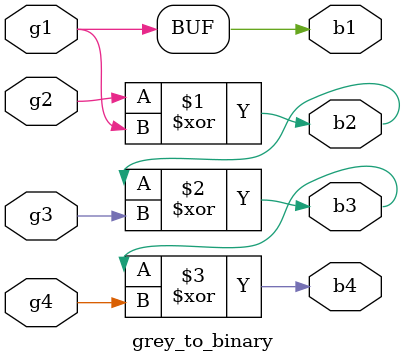
<source format=v>
module grey_to_binary
  (input g1,g2,g3,g4,
   output b1,b2,b3,b4);
  buf(b1,g1);
  xor(b2,g2,g1);
  xor(b3,b2,g3);
  xor(b4,b3,g4);
endmodule
  
</source>
